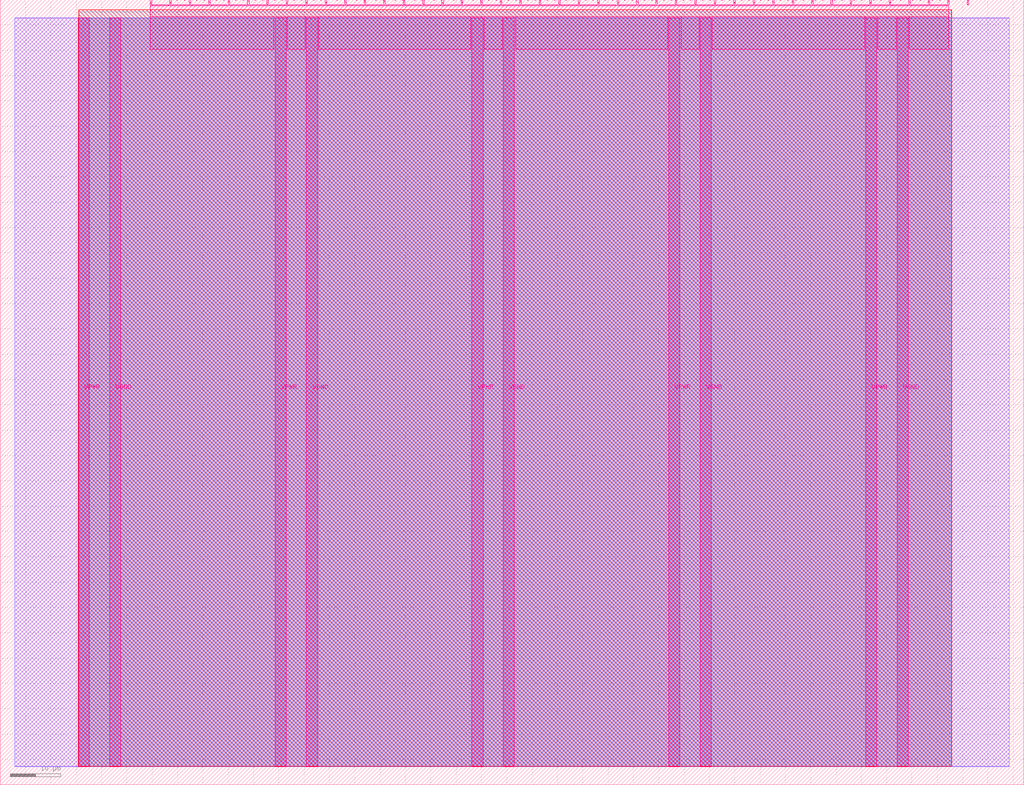
<source format=lef>
VERSION 5.7 ;
  NOWIREEXTENSIONATPIN ON ;
  DIVIDERCHAR "/" ;
  BUSBITCHARS "[]" ;
MACRO tt_um_wokwi_413387014781302785
  CLASS BLOCK ;
  FOREIGN tt_um_wokwi_413387014781302785 ;
  ORIGIN 0.000 0.000 ;
  SIZE 202.080 BY 154.980 ;
  PIN VGND
    DIRECTION INOUT ;
    USE GROUND ;
    PORT
      LAYER Metal5 ;
        RECT 21.580 3.560 23.780 151.420 ;
    END
    PORT
      LAYER Metal5 ;
        RECT 60.450 3.560 62.650 151.420 ;
    END
    PORT
      LAYER Metal5 ;
        RECT 99.320 3.560 101.520 151.420 ;
    END
    PORT
      LAYER Metal5 ;
        RECT 138.190 3.560 140.390 151.420 ;
    END
    PORT
      LAYER Metal5 ;
        RECT 177.060 3.560 179.260 151.420 ;
    END
  END VGND
  PIN VPWR
    DIRECTION INOUT ;
    USE POWER ;
    PORT
      LAYER Metal5 ;
        RECT 15.380 3.560 17.580 151.420 ;
    END
    PORT
      LAYER Metal5 ;
        RECT 54.250 3.560 56.450 151.420 ;
    END
    PORT
      LAYER Metal5 ;
        RECT 93.120 3.560 95.320 151.420 ;
    END
    PORT
      LAYER Metal5 ;
        RECT 131.990 3.560 134.190 151.420 ;
    END
    PORT
      LAYER Metal5 ;
        RECT 170.860 3.560 173.060 151.420 ;
    END
  END VPWR
  PIN clk
    DIRECTION INPUT ;
    USE SIGNAL ;
    ANTENNAGATEAREA 0.241800 ;
    PORT
      LAYER Metal5 ;
        RECT 187.050 153.980 187.350 154.980 ;
    END
  END clk
  PIN ena
    DIRECTION INPUT ;
    USE SIGNAL ;
    PORT
      LAYER Metal5 ;
        RECT 190.890 153.980 191.190 154.980 ;
    END
  END ena
  PIN rst_n
    DIRECTION INPUT ;
    USE SIGNAL ;
    PORT
      LAYER Metal5 ;
        RECT 183.210 153.980 183.510 154.980 ;
    END
  END rst_n
  PIN ui_in[0]
    DIRECTION INPUT ;
    USE SIGNAL ;
    ANTENNAGATEAREA 0.180700 ;
    PORT
      LAYER Metal5 ;
        RECT 179.370 153.980 179.670 154.980 ;
    END
  END ui_in[0]
  PIN ui_in[1]
    DIRECTION INPUT ;
    USE SIGNAL ;
    ANTENNAGATEAREA 0.180700 ;
    PORT
      LAYER Metal5 ;
        RECT 175.530 153.980 175.830 154.980 ;
    END
  END ui_in[1]
  PIN ui_in[2]
    DIRECTION INPUT ;
    USE SIGNAL ;
    ANTENNAGATEAREA 0.180700 ;
    PORT
      LAYER Metal5 ;
        RECT 171.690 153.980 171.990 154.980 ;
    END
  END ui_in[2]
  PIN ui_in[3]
    DIRECTION INPUT ;
    USE SIGNAL ;
    ANTENNAGATEAREA 0.180700 ;
    PORT
      LAYER Metal5 ;
        RECT 167.850 153.980 168.150 154.980 ;
    END
  END ui_in[3]
  PIN ui_in[4]
    DIRECTION INPUT ;
    USE SIGNAL ;
    ANTENNAGATEAREA 0.180700 ;
    PORT
      LAYER Metal5 ;
        RECT 164.010 153.980 164.310 154.980 ;
    END
  END ui_in[4]
  PIN ui_in[5]
    DIRECTION INPUT ;
    USE SIGNAL ;
    ANTENNAGATEAREA 0.180700 ;
    PORT
      LAYER Metal5 ;
        RECT 160.170 153.980 160.470 154.980 ;
    END
  END ui_in[5]
  PIN ui_in[6]
    DIRECTION INPUT ;
    USE SIGNAL ;
    ANTENNAGATEAREA 0.180700 ;
    PORT
      LAYER Metal5 ;
        RECT 156.330 153.980 156.630 154.980 ;
    END
  END ui_in[6]
  PIN ui_in[7]
    DIRECTION INPUT ;
    USE SIGNAL ;
    ANTENNAGATEAREA 0.180700 ;
    PORT
      LAYER Metal5 ;
        RECT 152.490 153.980 152.790 154.980 ;
    END
  END ui_in[7]
  PIN uio_in[0]
    DIRECTION INPUT ;
    USE SIGNAL ;
    PORT
      LAYER Metal5 ;
        RECT 148.650 153.980 148.950 154.980 ;
    END
  END uio_in[0]
  PIN uio_in[1]
    DIRECTION INPUT ;
    USE SIGNAL ;
    PORT
      LAYER Metal5 ;
        RECT 144.810 153.980 145.110 154.980 ;
    END
  END uio_in[1]
  PIN uio_in[2]
    DIRECTION INPUT ;
    USE SIGNAL ;
    PORT
      LAYER Metal5 ;
        RECT 140.970 153.980 141.270 154.980 ;
    END
  END uio_in[2]
  PIN uio_in[3]
    DIRECTION INPUT ;
    USE SIGNAL ;
    PORT
      LAYER Metal5 ;
        RECT 137.130 153.980 137.430 154.980 ;
    END
  END uio_in[3]
  PIN uio_in[4]
    DIRECTION INPUT ;
    USE SIGNAL ;
    PORT
      LAYER Metal5 ;
        RECT 133.290 153.980 133.590 154.980 ;
    END
  END uio_in[4]
  PIN uio_in[5]
    DIRECTION INPUT ;
    USE SIGNAL ;
    PORT
      LAYER Metal5 ;
        RECT 129.450 153.980 129.750 154.980 ;
    END
  END uio_in[5]
  PIN uio_in[6]
    DIRECTION INPUT ;
    USE SIGNAL ;
    PORT
      LAYER Metal5 ;
        RECT 125.610 153.980 125.910 154.980 ;
    END
  END uio_in[6]
  PIN uio_in[7]
    DIRECTION INPUT ;
    USE SIGNAL ;
    PORT
      LAYER Metal5 ;
        RECT 121.770 153.980 122.070 154.980 ;
    END
  END uio_in[7]
  PIN uio_oe[0]
    DIRECTION OUTPUT ;
    USE SIGNAL ;
    ANTENNADIFFAREA 0.299200 ;
    PORT
      LAYER Metal5 ;
        RECT 56.490 153.980 56.790 154.980 ;
    END
  END uio_oe[0]
  PIN uio_oe[1]
    DIRECTION OUTPUT ;
    USE SIGNAL ;
    ANTENNADIFFAREA 0.299200 ;
    PORT
      LAYER Metal5 ;
        RECT 52.650 153.980 52.950 154.980 ;
    END
  END uio_oe[1]
  PIN uio_oe[2]
    DIRECTION OUTPUT ;
    USE SIGNAL ;
    ANTENNADIFFAREA 0.299200 ;
    PORT
      LAYER Metal5 ;
        RECT 48.810 153.980 49.110 154.980 ;
    END
  END uio_oe[2]
  PIN uio_oe[3]
    DIRECTION OUTPUT ;
    USE SIGNAL ;
    ANTENNADIFFAREA 0.299200 ;
    PORT
      LAYER Metal5 ;
        RECT 44.970 153.980 45.270 154.980 ;
    END
  END uio_oe[3]
  PIN uio_oe[4]
    DIRECTION OUTPUT ;
    USE SIGNAL ;
    ANTENNADIFFAREA 0.299200 ;
    PORT
      LAYER Metal5 ;
        RECT 41.130 153.980 41.430 154.980 ;
    END
  END uio_oe[4]
  PIN uio_oe[5]
    DIRECTION OUTPUT ;
    USE SIGNAL ;
    ANTENNADIFFAREA 0.299200 ;
    PORT
      LAYER Metal5 ;
        RECT 37.290 153.980 37.590 154.980 ;
    END
  END uio_oe[5]
  PIN uio_oe[6]
    DIRECTION OUTPUT ;
    USE SIGNAL ;
    ANTENNADIFFAREA 0.299200 ;
    PORT
      LAYER Metal5 ;
        RECT 33.450 153.980 33.750 154.980 ;
    END
  END uio_oe[6]
  PIN uio_oe[7]
    DIRECTION OUTPUT ;
    USE SIGNAL ;
    ANTENNADIFFAREA 0.299200 ;
    PORT
      LAYER Metal5 ;
        RECT 29.610 153.980 29.910 154.980 ;
    END
  END uio_oe[7]
  PIN uio_out[0]
    DIRECTION OUTPUT ;
    USE SIGNAL ;
    ANTENNADIFFAREA 0.299200 ;
    PORT
      LAYER Metal5 ;
        RECT 87.210 153.980 87.510 154.980 ;
    END
  END uio_out[0]
  PIN uio_out[1]
    DIRECTION OUTPUT ;
    USE SIGNAL ;
    ANTENNADIFFAREA 0.299200 ;
    PORT
      LAYER Metal5 ;
        RECT 83.370 153.980 83.670 154.980 ;
    END
  END uio_out[1]
  PIN uio_out[2]
    DIRECTION OUTPUT ;
    USE SIGNAL ;
    ANTENNADIFFAREA 0.299200 ;
    PORT
      LAYER Metal5 ;
        RECT 79.530 153.980 79.830 154.980 ;
    END
  END uio_out[2]
  PIN uio_out[3]
    DIRECTION OUTPUT ;
    USE SIGNAL ;
    ANTENNADIFFAREA 0.299200 ;
    PORT
      LAYER Metal5 ;
        RECT 75.690 153.980 75.990 154.980 ;
    END
  END uio_out[3]
  PIN uio_out[4]
    DIRECTION OUTPUT ;
    USE SIGNAL ;
    ANTENNADIFFAREA 0.299200 ;
    PORT
      LAYER Metal5 ;
        RECT 71.850 153.980 72.150 154.980 ;
    END
  END uio_out[4]
  PIN uio_out[5]
    DIRECTION OUTPUT ;
    USE SIGNAL ;
    ANTENNADIFFAREA 0.299200 ;
    PORT
      LAYER Metal5 ;
        RECT 68.010 153.980 68.310 154.980 ;
    END
  END uio_out[5]
  PIN uio_out[6]
    DIRECTION OUTPUT ;
    USE SIGNAL ;
    ANTENNADIFFAREA 0.299200 ;
    PORT
      LAYER Metal5 ;
        RECT 64.170 153.980 64.470 154.980 ;
    END
  END uio_out[6]
  PIN uio_out[7]
    DIRECTION OUTPUT ;
    USE SIGNAL ;
    ANTENNADIFFAREA 0.299200 ;
    PORT
      LAYER Metal5 ;
        RECT 60.330 153.980 60.630 154.980 ;
    END
  END uio_out[7]
  PIN uo_out[0]
    DIRECTION OUTPUT ;
    USE SIGNAL ;
    ANTENNADIFFAREA 0.299200 ;
    PORT
      LAYER Metal5 ;
        RECT 117.930 153.980 118.230 154.980 ;
    END
  END uo_out[0]
  PIN uo_out[1]
    DIRECTION OUTPUT ;
    USE SIGNAL ;
    ANTENNADIFFAREA 0.299200 ;
    PORT
      LAYER Metal5 ;
        RECT 114.090 153.980 114.390 154.980 ;
    END
  END uo_out[1]
  PIN uo_out[2]
    DIRECTION OUTPUT ;
    USE SIGNAL ;
    ANTENNADIFFAREA 0.299200 ;
    PORT
      LAYER Metal5 ;
        RECT 110.250 153.980 110.550 154.980 ;
    END
  END uo_out[2]
  PIN uo_out[3]
    DIRECTION OUTPUT ;
    USE SIGNAL ;
    ANTENNADIFFAREA 0.654800 ;
    PORT
      LAYER Metal5 ;
        RECT 106.410 153.980 106.710 154.980 ;
    END
  END uo_out[3]
  PIN uo_out[4]
    DIRECTION OUTPUT ;
    USE SIGNAL ;
    ANTENNADIFFAREA 0.654800 ;
    PORT
      LAYER Metal5 ;
        RECT 102.570 153.980 102.870 154.980 ;
    END
  END uo_out[4]
  PIN uo_out[5]
    DIRECTION OUTPUT ;
    USE SIGNAL ;
    ANTENNADIFFAREA 0.654800 ;
    PORT
      LAYER Metal5 ;
        RECT 98.730 153.980 99.030 154.980 ;
    END
  END uo_out[5]
  PIN uo_out[6]
    DIRECTION OUTPUT ;
    USE SIGNAL ;
    ANTENNADIFFAREA 0.299200 ;
    PORT
      LAYER Metal5 ;
        RECT 94.890 153.980 95.190 154.980 ;
    END
  END uo_out[6]
  PIN uo_out[7]
    DIRECTION OUTPUT ;
    USE SIGNAL ;
    ANTENNADIFFAREA 0.299200 ;
    PORT
      LAYER Metal5 ;
        RECT 91.050 153.980 91.350 154.980 ;
    END
  END uo_out[7]
  OBS
      LAYER GatPoly ;
        RECT 2.880 3.630 199.200 151.350 ;
      LAYER Metal1 ;
        RECT 2.880 3.560 199.200 151.420 ;
      LAYER Metal2 ;
        RECT 15.515 3.680 187.825 151.300 ;
      LAYER Metal3 ;
        RECT 15.560 3.635 187.780 152.605 ;
      LAYER Metal4 ;
        RECT 15.515 3.680 187.825 152.980 ;
      LAYER Metal5 ;
        RECT 30.120 153.770 33.240 153.980 ;
        RECT 33.960 153.770 37.080 153.980 ;
        RECT 37.800 153.770 40.920 153.980 ;
        RECT 41.640 153.770 44.760 153.980 ;
        RECT 45.480 153.770 48.600 153.980 ;
        RECT 49.320 153.770 52.440 153.980 ;
        RECT 53.160 153.770 56.280 153.980 ;
        RECT 57.000 153.770 60.120 153.980 ;
        RECT 60.840 153.770 63.960 153.980 ;
        RECT 64.680 153.770 67.800 153.980 ;
        RECT 68.520 153.770 71.640 153.980 ;
        RECT 72.360 153.770 75.480 153.980 ;
        RECT 76.200 153.770 79.320 153.980 ;
        RECT 80.040 153.770 83.160 153.980 ;
        RECT 83.880 153.770 87.000 153.980 ;
        RECT 87.720 153.770 90.840 153.980 ;
        RECT 91.560 153.770 94.680 153.980 ;
        RECT 95.400 153.770 98.520 153.980 ;
        RECT 99.240 153.770 102.360 153.980 ;
        RECT 103.080 153.770 106.200 153.980 ;
        RECT 106.920 153.770 110.040 153.980 ;
        RECT 110.760 153.770 113.880 153.980 ;
        RECT 114.600 153.770 117.720 153.980 ;
        RECT 118.440 153.770 121.560 153.980 ;
        RECT 122.280 153.770 125.400 153.980 ;
        RECT 126.120 153.770 129.240 153.980 ;
        RECT 129.960 153.770 133.080 153.980 ;
        RECT 133.800 153.770 136.920 153.980 ;
        RECT 137.640 153.770 140.760 153.980 ;
        RECT 141.480 153.770 144.600 153.980 ;
        RECT 145.320 153.770 148.440 153.980 ;
        RECT 149.160 153.770 152.280 153.980 ;
        RECT 153.000 153.770 156.120 153.980 ;
        RECT 156.840 153.770 159.960 153.980 ;
        RECT 160.680 153.770 163.800 153.980 ;
        RECT 164.520 153.770 167.640 153.980 ;
        RECT 168.360 153.770 171.480 153.980 ;
        RECT 172.200 153.770 175.320 153.980 ;
        RECT 176.040 153.770 179.160 153.980 ;
        RECT 179.880 153.770 183.000 153.980 ;
        RECT 183.720 153.770 186.840 153.980 ;
        RECT 29.660 151.630 187.300 153.770 ;
        RECT 29.660 145.175 54.040 151.630 ;
        RECT 56.660 145.175 60.240 151.630 ;
        RECT 62.860 145.175 92.910 151.630 ;
        RECT 95.530 145.175 99.110 151.630 ;
        RECT 101.730 145.175 131.780 151.630 ;
        RECT 134.400 145.175 137.980 151.630 ;
        RECT 140.600 145.175 170.650 151.630 ;
        RECT 173.270 145.175 176.850 151.630 ;
        RECT 179.470 145.175 187.300 151.630 ;
  END
END tt_um_wokwi_413387014781302785
END LIBRARY


</source>
